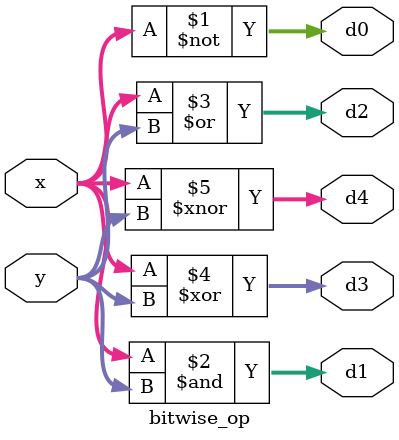
<source format=v>
`timescale 1ns / 1ps


module bitwise_op(
  input  [3:0] x,y,
  output [3:0] d0, d1, d2, d3, d4
);
  assign d0 = ~x;
  assign d1 = x &y;
  assign d2 = x |y;
  assign d3 = x ^y;
  assign d4 = x ^~y; 
endmodule

</source>
